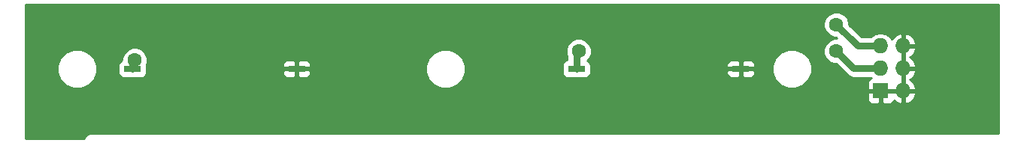
<source format=gbr>
%TF.GenerationSoftware,KiCad,Pcbnew,no-vcs-found-4c623da~61~ubuntu16.04.1*%
%TF.CreationDate,2017-11-21T10:53:03+02:00*%
%TF.ProjectId,reed-sensor,726565642D73656E736F722E6B696361,rev?*%
%TF.SameCoordinates,Original*%
%TF.FileFunction,Copper,L1,Top,Signal*%
%TF.FilePolarity,Positive*%
%FSLAX46Y46*%
G04 Gerber Fmt 4.6, Leading zero omitted, Abs format (unit mm)*
G04 Created by KiCad (PCBNEW no-vcs-found-4c623da~61~ubuntu16.04.1) date Tue Nov 21 10:53:03 2017*
%MOMM*%
%LPD*%
G01*
G04 APERTURE LIST*
%TA.AperFunction,ComponentPad*%
%ADD10R,1.727200X1.727200*%
%TD*%
%TA.AperFunction,ComponentPad*%
%ADD11O,1.727200X1.727200*%
%TD*%
%TA.AperFunction,SMDPad,CuDef*%
%ADD12R,1.900000X0.800000*%
%TD*%
%TA.AperFunction,ViaPad*%
%ADD13C,1.600000*%
%TD*%
%TA.AperFunction,Conductor*%
%ADD14C,0.800000*%
%TD*%
%TA.AperFunction,Conductor*%
%ADD15C,0.254000*%
%TD*%
G04 APERTURE END LIST*
D10*
%TO.P,J1,1*%
%TO.N,GND*%
X155000000Y-82500000D03*
D11*
%TO.P,J1,2*%
X157540000Y-82500000D03*
%TO.P,J1,3*%
%TO.N,Net-(J1-Pad3)*%
X155000000Y-79960000D03*
%TO.P,J1,4*%
%TO.N,GND*%
X157540000Y-79960000D03*
%TO.P,J1,5*%
%TO.N,Net-(J1-Pad5)*%
X155000000Y-77420000D03*
%TO.P,J1,6*%
%TO.N,GND*%
X157540000Y-77420000D03*
%TD*%
D12*
%TO.P,SW2,2*%
%TO.N,GND*%
X89250000Y-80000000D03*
%TO.P,SW2,1*%
%TO.N,Net-(J1-Pad5)*%
X70750000Y-80000000D03*
%TD*%
%TO.P,SW1,1*%
%TO.N,Net-(J1-Pad3)*%
X120750000Y-80000000D03*
%TO.P,SW1,2*%
%TO.N,GND*%
X139250000Y-80000000D03*
%TD*%
D13*
%TO.N,Net-(J1-Pad3)*%
X150000000Y-78000000D03*
X121000000Y-78000000D03*
%TO.N,GND*%
X150000000Y-83000000D03*
%TO.N,Net-(J1-Pad5)*%
X150000000Y-75000000D03*
X71000000Y-79000000D03*
%TD*%
D14*
%TO.N,Net-(J1-Pad3)*%
X155000000Y-79960000D02*
X151960000Y-79960000D01*
X151960000Y-79960000D02*
X150000000Y-78000000D01*
X120750000Y-78250000D02*
X121000000Y-78000000D01*
X120750000Y-80000000D02*
X120750000Y-78250000D01*
%TO.N,Net-(J1-Pad5)*%
X155000000Y-77420000D02*
X152420000Y-77420000D01*
X152420000Y-77420000D02*
X150000000Y-75000000D01*
X70750000Y-80000000D02*
X70750000Y-79250000D01*
X70750000Y-79250000D02*
X71000000Y-79000000D01*
%TD*%
D15*
%TO.N,GND*%
G36*
X168290000Y-87290000D02*
X66000000Y-87290000D01*
X65728295Y-87344046D01*
X65497954Y-87497954D01*
X65344046Y-87728295D01*
X65315262Y-87873000D01*
X58710000Y-87873000D01*
X58710000Y-82785750D01*
X153501400Y-82785750D01*
X153501400Y-83489910D01*
X153598073Y-83723299D01*
X153776702Y-83901927D01*
X154010091Y-83998600D01*
X154714250Y-83998600D01*
X154873000Y-83839850D01*
X154873000Y-82627000D01*
X155127000Y-82627000D01*
X155127000Y-83839850D01*
X155285750Y-83998600D01*
X155989909Y-83998600D01*
X156223298Y-83901927D01*
X156401927Y-83723299D01*
X156484529Y-83523881D01*
X156651510Y-83706821D01*
X157180973Y-83954968D01*
X157413000Y-83834469D01*
X157413000Y-82627000D01*
X157667000Y-82627000D01*
X157667000Y-83834469D01*
X157899027Y-83954968D01*
X158428490Y-83706821D01*
X158822688Y-83274947D01*
X158994958Y-82859026D01*
X158873817Y-82627000D01*
X157667000Y-82627000D01*
X157413000Y-82627000D01*
X155127000Y-82627000D01*
X154873000Y-82627000D01*
X153660150Y-82627000D01*
X153501400Y-82785750D01*
X58710000Y-82785750D01*
X58710000Y-80442619D01*
X62264613Y-80442619D01*
X62604155Y-81264372D01*
X63232321Y-81893636D01*
X64053481Y-82234611D01*
X64942619Y-82235387D01*
X65764372Y-81895845D01*
X66393636Y-81267679D01*
X66734611Y-80446519D01*
X66735349Y-79600000D01*
X69152560Y-79600000D01*
X69152560Y-80400000D01*
X69201843Y-80647765D01*
X69342191Y-80857809D01*
X69552235Y-80998157D01*
X69800000Y-81047440D01*
X71700000Y-81047440D01*
X71947765Y-80998157D01*
X72157809Y-80857809D01*
X72298157Y-80647765D01*
X72347440Y-80400000D01*
X72347440Y-80285750D01*
X87665000Y-80285750D01*
X87665000Y-80526309D01*
X87761673Y-80759698D01*
X87940301Y-80938327D01*
X88173690Y-81035000D01*
X88964250Y-81035000D01*
X89123000Y-80876250D01*
X89123000Y-80127000D01*
X89377000Y-80127000D01*
X89377000Y-80876250D01*
X89535750Y-81035000D01*
X90326310Y-81035000D01*
X90559699Y-80938327D01*
X90738327Y-80759698D01*
X90835000Y-80526309D01*
X90835000Y-80442619D01*
X103764613Y-80442619D01*
X104104155Y-81264372D01*
X104732321Y-81893636D01*
X105553481Y-82234611D01*
X106442619Y-82235387D01*
X107264372Y-81895845D01*
X107893636Y-81267679D01*
X108234611Y-80446519D01*
X108235349Y-79600000D01*
X119152560Y-79600000D01*
X119152560Y-80400000D01*
X119201843Y-80647765D01*
X119342191Y-80857809D01*
X119552235Y-80998157D01*
X119800000Y-81047440D01*
X121700000Y-81047440D01*
X121947765Y-80998157D01*
X122157809Y-80857809D01*
X122298157Y-80647765D01*
X122347440Y-80400000D01*
X122347440Y-80285750D01*
X137665000Y-80285750D01*
X137665000Y-80526309D01*
X137761673Y-80759698D01*
X137940301Y-80938327D01*
X138173690Y-81035000D01*
X138964250Y-81035000D01*
X139123000Y-80876250D01*
X139123000Y-80127000D01*
X139377000Y-80127000D01*
X139377000Y-80876250D01*
X139535750Y-81035000D01*
X140326310Y-81035000D01*
X140559699Y-80938327D01*
X140738327Y-80759698D01*
X140835000Y-80526309D01*
X140835000Y-80442619D01*
X142764613Y-80442619D01*
X143104155Y-81264372D01*
X143732321Y-81893636D01*
X144553481Y-82234611D01*
X145442619Y-82235387D01*
X146264372Y-81895845D01*
X146893636Y-81267679D01*
X147234611Y-80446519D01*
X147235387Y-79557381D01*
X146895845Y-78735628D01*
X146267679Y-78106364D01*
X145446519Y-77765389D01*
X144557381Y-77764613D01*
X143735628Y-78104155D01*
X143106364Y-78732321D01*
X142765389Y-79553481D01*
X142764613Y-80442619D01*
X140835000Y-80442619D01*
X140835000Y-80285750D01*
X140676250Y-80127000D01*
X139377000Y-80127000D01*
X139123000Y-80127000D01*
X137823750Y-80127000D01*
X137665000Y-80285750D01*
X122347440Y-80285750D01*
X122347440Y-79600000D01*
X122322316Y-79473691D01*
X137665000Y-79473691D01*
X137665000Y-79714250D01*
X137823750Y-79873000D01*
X139123000Y-79873000D01*
X139123000Y-79123750D01*
X139377000Y-79123750D01*
X139377000Y-79873000D01*
X140676250Y-79873000D01*
X140835000Y-79714250D01*
X140835000Y-79473691D01*
X140738327Y-79240302D01*
X140559699Y-79061673D01*
X140326310Y-78965000D01*
X139535750Y-78965000D01*
X139377000Y-79123750D01*
X139123000Y-79123750D01*
X138964250Y-78965000D01*
X138173690Y-78965000D01*
X137940301Y-79061673D01*
X137761673Y-79240302D01*
X137665000Y-79473691D01*
X122322316Y-79473691D01*
X122298157Y-79352235D01*
X122157809Y-79142191D01*
X121995575Y-79033789D01*
X122215824Y-78813923D01*
X122434750Y-78286691D01*
X122435248Y-77715813D01*
X122217243Y-77188200D01*
X121813923Y-76784176D01*
X121286691Y-76565250D01*
X120715813Y-76564752D01*
X120188200Y-76782757D01*
X119784176Y-77186077D01*
X119565250Y-77713309D01*
X119564752Y-78284187D01*
X119715000Y-78647815D01*
X119715000Y-78969467D01*
X119552235Y-79001843D01*
X119342191Y-79142191D01*
X119201843Y-79352235D01*
X119152560Y-79600000D01*
X108235349Y-79600000D01*
X108235387Y-79557381D01*
X107895845Y-78735628D01*
X107267679Y-78106364D01*
X106446519Y-77765389D01*
X105557381Y-77764613D01*
X104735628Y-78104155D01*
X104106364Y-78732321D01*
X103765389Y-79553481D01*
X103764613Y-80442619D01*
X90835000Y-80442619D01*
X90835000Y-80285750D01*
X90676250Y-80127000D01*
X89377000Y-80127000D01*
X89123000Y-80127000D01*
X87823750Y-80127000D01*
X87665000Y-80285750D01*
X72347440Y-80285750D01*
X72347440Y-79600000D01*
X72333582Y-79530330D01*
X72357100Y-79473691D01*
X87665000Y-79473691D01*
X87665000Y-79714250D01*
X87823750Y-79873000D01*
X89123000Y-79873000D01*
X89123000Y-79123750D01*
X89377000Y-79123750D01*
X89377000Y-79873000D01*
X90676250Y-79873000D01*
X90835000Y-79714250D01*
X90835000Y-79473691D01*
X90738327Y-79240302D01*
X90559699Y-79061673D01*
X90326310Y-78965000D01*
X89535750Y-78965000D01*
X89377000Y-79123750D01*
X89123000Y-79123750D01*
X88964250Y-78965000D01*
X88173690Y-78965000D01*
X87940301Y-79061673D01*
X87761673Y-79240302D01*
X87665000Y-79473691D01*
X72357100Y-79473691D01*
X72434750Y-79286691D01*
X72435248Y-78715813D01*
X72217243Y-78188200D01*
X71813923Y-77784176D01*
X71286691Y-77565250D01*
X70715813Y-77564752D01*
X70188200Y-77782757D01*
X69784176Y-78186077D01*
X69565250Y-78713309D01*
X69565001Y-78999304D01*
X69552235Y-79001843D01*
X69342191Y-79142191D01*
X69201843Y-79352235D01*
X69152560Y-79600000D01*
X66735349Y-79600000D01*
X66735387Y-79557381D01*
X66395845Y-78735628D01*
X65767679Y-78106364D01*
X64946519Y-77765389D01*
X64057381Y-77764613D01*
X63235628Y-78104155D01*
X62606364Y-78732321D01*
X62265389Y-79553481D01*
X62264613Y-80442619D01*
X58710000Y-80442619D01*
X58710000Y-75284187D01*
X148564752Y-75284187D01*
X148782757Y-75811800D01*
X149186077Y-76215824D01*
X149713309Y-76434750D01*
X149971263Y-76434975D01*
X150101377Y-76565088D01*
X149715813Y-76564752D01*
X149188200Y-76782757D01*
X148784176Y-77186077D01*
X148565250Y-77713309D01*
X148564752Y-78284187D01*
X148782757Y-78811800D01*
X149186077Y-79215824D01*
X149713309Y-79434750D01*
X149971263Y-79434975D01*
X151228142Y-80691853D01*
X151228144Y-80691856D01*
X151476512Y-80857809D01*
X151563923Y-80916215D01*
X151960000Y-80995001D01*
X151960005Y-80995000D01*
X153894487Y-80995000D01*
X153910971Y-81019670D01*
X153932023Y-81033737D01*
X153776702Y-81098073D01*
X153598073Y-81276701D01*
X153501400Y-81510090D01*
X153501400Y-82214250D01*
X153660150Y-82373000D01*
X154873000Y-82373000D01*
X154873000Y-82353000D01*
X155127000Y-82353000D01*
X155127000Y-82373000D01*
X157413000Y-82373000D01*
X157413000Y-80087000D01*
X157667000Y-80087000D01*
X157667000Y-82373000D01*
X158873817Y-82373000D01*
X158994958Y-82140974D01*
X158822688Y-81725053D01*
X158428490Y-81293179D01*
X158293687Y-81230000D01*
X158428490Y-81166821D01*
X158822688Y-80734947D01*
X158994958Y-80319026D01*
X158873817Y-80087000D01*
X157667000Y-80087000D01*
X157413000Y-80087000D01*
X157393000Y-80087000D01*
X157393000Y-79833000D01*
X157413000Y-79833000D01*
X157413000Y-77547000D01*
X157667000Y-77547000D01*
X157667000Y-79833000D01*
X158873817Y-79833000D01*
X158994958Y-79600974D01*
X158822688Y-79185053D01*
X158428490Y-78753179D01*
X158293687Y-78690000D01*
X158428490Y-78626821D01*
X158822688Y-78194947D01*
X158994958Y-77779026D01*
X158873817Y-77547000D01*
X157667000Y-77547000D01*
X157413000Y-77547000D01*
X157393000Y-77547000D01*
X157393000Y-77293000D01*
X157413000Y-77293000D01*
X157413000Y-76085531D01*
X157667000Y-76085531D01*
X157667000Y-77293000D01*
X158873817Y-77293000D01*
X158994958Y-77060974D01*
X158822688Y-76645053D01*
X158428490Y-76213179D01*
X157899027Y-75965032D01*
X157667000Y-76085531D01*
X157413000Y-76085531D01*
X157180973Y-75965032D01*
X156651510Y-76213179D01*
X156269992Y-76631161D01*
X156089029Y-76360330D01*
X155602848Y-76035474D01*
X155029359Y-75921400D01*
X154970641Y-75921400D01*
X154397152Y-76035474D01*
X153910971Y-76360330D01*
X153894487Y-76385000D01*
X152848711Y-76385000D01*
X151435025Y-74971313D01*
X151435248Y-74715813D01*
X151217243Y-74188200D01*
X150813923Y-73784176D01*
X150286691Y-73565250D01*
X149715813Y-73564752D01*
X149188200Y-73782757D01*
X148784176Y-74186077D01*
X148565250Y-74713309D01*
X148564752Y-75284187D01*
X58710000Y-75284187D01*
X58710000Y-72710000D01*
X168290000Y-72710000D01*
X168290000Y-87290000D01*
X168290000Y-87290000D01*
G37*
X168290000Y-87290000D02*
X66000000Y-87290000D01*
X65728295Y-87344046D01*
X65497954Y-87497954D01*
X65344046Y-87728295D01*
X65315262Y-87873000D01*
X58710000Y-87873000D01*
X58710000Y-82785750D01*
X153501400Y-82785750D01*
X153501400Y-83489910D01*
X153598073Y-83723299D01*
X153776702Y-83901927D01*
X154010091Y-83998600D01*
X154714250Y-83998600D01*
X154873000Y-83839850D01*
X154873000Y-82627000D01*
X155127000Y-82627000D01*
X155127000Y-83839850D01*
X155285750Y-83998600D01*
X155989909Y-83998600D01*
X156223298Y-83901927D01*
X156401927Y-83723299D01*
X156484529Y-83523881D01*
X156651510Y-83706821D01*
X157180973Y-83954968D01*
X157413000Y-83834469D01*
X157413000Y-82627000D01*
X157667000Y-82627000D01*
X157667000Y-83834469D01*
X157899027Y-83954968D01*
X158428490Y-83706821D01*
X158822688Y-83274947D01*
X158994958Y-82859026D01*
X158873817Y-82627000D01*
X157667000Y-82627000D01*
X157413000Y-82627000D01*
X155127000Y-82627000D01*
X154873000Y-82627000D01*
X153660150Y-82627000D01*
X153501400Y-82785750D01*
X58710000Y-82785750D01*
X58710000Y-80442619D01*
X62264613Y-80442619D01*
X62604155Y-81264372D01*
X63232321Y-81893636D01*
X64053481Y-82234611D01*
X64942619Y-82235387D01*
X65764372Y-81895845D01*
X66393636Y-81267679D01*
X66734611Y-80446519D01*
X66735349Y-79600000D01*
X69152560Y-79600000D01*
X69152560Y-80400000D01*
X69201843Y-80647765D01*
X69342191Y-80857809D01*
X69552235Y-80998157D01*
X69800000Y-81047440D01*
X71700000Y-81047440D01*
X71947765Y-80998157D01*
X72157809Y-80857809D01*
X72298157Y-80647765D01*
X72347440Y-80400000D01*
X72347440Y-80285750D01*
X87665000Y-80285750D01*
X87665000Y-80526309D01*
X87761673Y-80759698D01*
X87940301Y-80938327D01*
X88173690Y-81035000D01*
X88964250Y-81035000D01*
X89123000Y-80876250D01*
X89123000Y-80127000D01*
X89377000Y-80127000D01*
X89377000Y-80876250D01*
X89535750Y-81035000D01*
X90326310Y-81035000D01*
X90559699Y-80938327D01*
X90738327Y-80759698D01*
X90835000Y-80526309D01*
X90835000Y-80442619D01*
X103764613Y-80442619D01*
X104104155Y-81264372D01*
X104732321Y-81893636D01*
X105553481Y-82234611D01*
X106442619Y-82235387D01*
X107264372Y-81895845D01*
X107893636Y-81267679D01*
X108234611Y-80446519D01*
X108235349Y-79600000D01*
X119152560Y-79600000D01*
X119152560Y-80400000D01*
X119201843Y-80647765D01*
X119342191Y-80857809D01*
X119552235Y-80998157D01*
X119800000Y-81047440D01*
X121700000Y-81047440D01*
X121947765Y-80998157D01*
X122157809Y-80857809D01*
X122298157Y-80647765D01*
X122347440Y-80400000D01*
X122347440Y-80285750D01*
X137665000Y-80285750D01*
X137665000Y-80526309D01*
X137761673Y-80759698D01*
X137940301Y-80938327D01*
X138173690Y-81035000D01*
X138964250Y-81035000D01*
X139123000Y-80876250D01*
X139123000Y-80127000D01*
X139377000Y-80127000D01*
X139377000Y-80876250D01*
X139535750Y-81035000D01*
X140326310Y-81035000D01*
X140559699Y-80938327D01*
X140738327Y-80759698D01*
X140835000Y-80526309D01*
X140835000Y-80442619D01*
X142764613Y-80442619D01*
X143104155Y-81264372D01*
X143732321Y-81893636D01*
X144553481Y-82234611D01*
X145442619Y-82235387D01*
X146264372Y-81895845D01*
X146893636Y-81267679D01*
X147234611Y-80446519D01*
X147235387Y-79557381D01*
X146895845Y-78735628D01*
X146267679Y-78106364D01*
X145446519Y-77765389D01*
X144557381Y-77764613D01*
X143735628Y-78104155D01*
X143106364Y-78732321D01*
X142765389Y-79553481D01*
X142764613Y-80442619D01*
X140835000Y-80442619D01*
X140835000Y-80285750D01*
X140676250Y-80127000D01*
X139377000Y-80127000D01*
X139123000Y-80127000D01*
X137823750Y-80127000D01*
X137665000Y-80285750D01*
X122347440Y-80285750D01*
X122347440Y-79600000D01*
X122322316Y-79473691D01*
X137665000Y-79473691D01*
X137665000Y-79714250D01*
X137823750Y-79873000D01*
X139123000Y-79873000D01*
X139123000Y-79123750D01*
X139377000Y-79123750D01*
X139377000Y-79873000D01*
X140676250Y-79873000D01*
X140835000Y-79714250D01*
X140835000Y-79473691D01*
X140738327Y-79240302D01*
X140559699Y-79061673D01*
X140326310Y-78965000D01*
X139535750Y-78965000D01*
X139377000Y-79123750D01*
X139123000Y-79123750D01*
X138964250Y-78965000D01*
X138173690Y-78965000D01*
X137940301Y-79061673D01*
X137761673Y-79240302D01*
X137665000Y-79473691D01*
X122322316Y-79473691D01*
X122298157Y-79352235D01*
X122157809Y-79142191D01*
X121995575Y-79033789D01*
X122215824Y-78813923D01*
X122434750Y-78286691D01*
X122435248Y-77715813D01*
X122217243Y-77188200D01*
X121813923Y-76784176D01*
X121286691Y-76565250D01*
X120715813Y-76564752D01*
X120188200Y-76782757D01*
X119784176Y-77186077D01*
X119565250Y-77713309D01*
X119564752Y-78284187D01*
X119715000Y-78647815D01*
X119715000Y-78969467D01*
X119552235Y-79001843D01*
X119342191Y-79142191D01*
X119201843Y-79352235D01*
X119152560Y-79600000D01*
X108235349Y-79600000D01*
X108235387Y-79557381D01*
X107895845Y-78735628D01*
X107267679Y-78106364D01*
X106446519Y-77765389D01*
X105557381Y-77764613D01*
X104735628Y-78104155D01*
X104106364Y-78732321D01*
X103765389Y-79553481D01*
X103764613Y-80442619D01*
X90835000Y-80442619D01*
X90835000Y-80285750D01*
X90676250Y-80127000D01*
X89377000Y-80127000D01*
X89123000Y-80127000D01*
X87823750Y-80127000D01*
X87665000Y-80285750D01*
X72347440Y-80285750D01*
X72347440Y-79600000D01*
X72333582Y-79530330D01*
X72357100Y-79473691D01*
X87665000Y-79473691D01*
X87665000Y-79714250D01*
X87823750Y-79873000D01*
X89123000Y-79873000D01*
X89123000Y-79123750D01*
X89377000Y-79123750D01*
X89377000Y-79873000D01*
X90676250Y-79873000D01*
X90835000Y-79714250D01*
X90835000Y-79473691D01*
X90738327Y-79240302D01*
X90559699Y-79061673D01*
X90326310Y-78965000D01*
X89535750Y-78965000D01*
X89377000Y-79123750D01*
X89123000Y-79123750D01*
X88964250Y-78965000D01*
X88173690Y-78965000D01*
X87940301Y-79061673D01*
X87761673Y-79240302D01*
X87665000Y-79473691D01*
X72357100Y-79473691D01*
X72434750Y-79286691D01*
X72435248Y-78715813D01*
X72217243Y-78188200D01*
X71813923Y-77784176D01*
X71286691Y-77565250D01*
X70715813Y-77564752D01*
X70188200Y-77782757D01*
X69784176Y-78186077D01*
X69565250Y-78713309D01*
X69565001Y-78999304D01*
X69552235Y-79001843D01*
X69342191Y-79142191D01*
X69201843Y-79352235D01*
X69152560Y-79600000D01*
X66735349Y-79600000D01*
X66735387Y-79557381D01*
X66395845Y-78735628D01*
X65767679Y-78106364D01*
X64946519Y-77765389D01*
X64057381Y-77764613D01*
X63235628Y-78104155D01*
X62606364Y-78732321D01*
X62265389Y-79553481D01*
X62264613Y-80442619D01*
X58710000Y-80442619D01*
X58710000Y-75284187D01*
X148564752Y-75284187D01*
X148782757Y-75811800D01*
X149186077Y-76215824D01*
X149713309Y-76434750D01*
X149971263Y-76434975D01*
X150101377Y-76565088D01*
X149715813Y-76564752D01*
X149188200Y-76782757D01*
X148784176Y-77186077D01*
X148565250Y-77713309D01*
X148564752Y-78284187D01*
X148782757Y-78811800D01*
X149186077Y-79215824D01*
X149713309Y-79434750D01*
X149971263Y-79434975D01*
X151228142Y-80691853D01*
X151228144Y-80691856D01*
X151476512Y-80857809D01*
X151563923Y-80916215D01*
X151960000Y-80995001D01*
X151960005Y-80995000D01*
X153894487Y-80995000D01*
X153910971Y-81019670D01*
X153932023Y-81033737D01*
X153776702Y-81098073D01*
X153598073Y-81276701D01*
X153501400Y-81510090D01*
X153501400Y-82214250D01*
X153660150Y-82373000D01*
X154873000Y-82373000D01*
X154873000Y-82353000D01*
X155127000Y-82353000D01*
X155127000Y-82373000D01*
X157413000Y-82373000D01*
X157413000Y-80087000D01*
X157667000Y-80087000D01*
X157667000Y-82373000D01*
X158873817Y-82373000D01*
X158994958Y-82140974D01*
X158822688Y-81725053D01*
X158428490Y-81293179D01*
X158293687Y-81230000D01*
X158428490Y-81166821D01*
X158822688Y-80734947D01*
X158994958Y-80319026D01*
X158873817Y-80087000D01*
X157667000Y-80087000D01*
X157413000Y-80087000D01*
X157393000Y-80087000D01*
X157393000Y-79833000D01*
X157413000Y-79833000D01*
X157413000Y-77547000D01*
X157667000Y-77547000D01*
X157667000Y-79833000D01*
X158873817Y-79833000D01*
X158994958Y-79600974D01*
X158822688Y-79185053D01*
X158428490Y-78753179D01*
X158293687Y-78690000D01*
X158428490Y-78626821D01*
X158822688Y-78194947D01*
X158994958Y-77779026D01*
X158873817Y-77547000D01*
X157667000Y-77547000D01*
X157413000Y-77547000D01*
X157393000Y-77547000D01*
X157393000Y-77293000D01*
X157413000Y-77293000D01*
X157413000Y-76085531D01*
X157667000Y-76085531D01*
X157667000Y-77293000D01*
X158873817Y-77293000D01*
X158994958Y-77060974D01*
X158822688Y-76645053D01*
X158428490Y-76213179D01*
X157899027Y-75965032D01*
X157667000Y-76085531D01*
X157413000Y-76085531D01*
X157180973Y-75965032D01*
X156651510Y-76213179D01*
X156269992Y-76631161D01*
X156089029Y-76360330D01*
X155602848Y-76035474D01*
X155029359Y-75921400D01*
X154970641Y-75921400D01*
X154397152Y-76035474D01*
X153910971Y-76360330D01*
X153894487Y-76385000D01*
X152848711Y-76385000D01*
X151435025Y-74971313D01*
X151435248Y-74715813D01*
X151217243Y-74188200D01*
X150813923Y-73784176D01*
X150286691Y-73565250D01*
X149715813Y-73564752D01*
X149188200Y-73782757D01*
X148784176Y-74186077D01*
X148565250Y-74713309D01*
X148564752Y-75284187D01*
X58710000Y-75284187D01*
X58710000Y-72710000D01*
X168290000Y-72710000D01*
X168290000Y-87290000D01*
%TD*%
M02*

</source>
